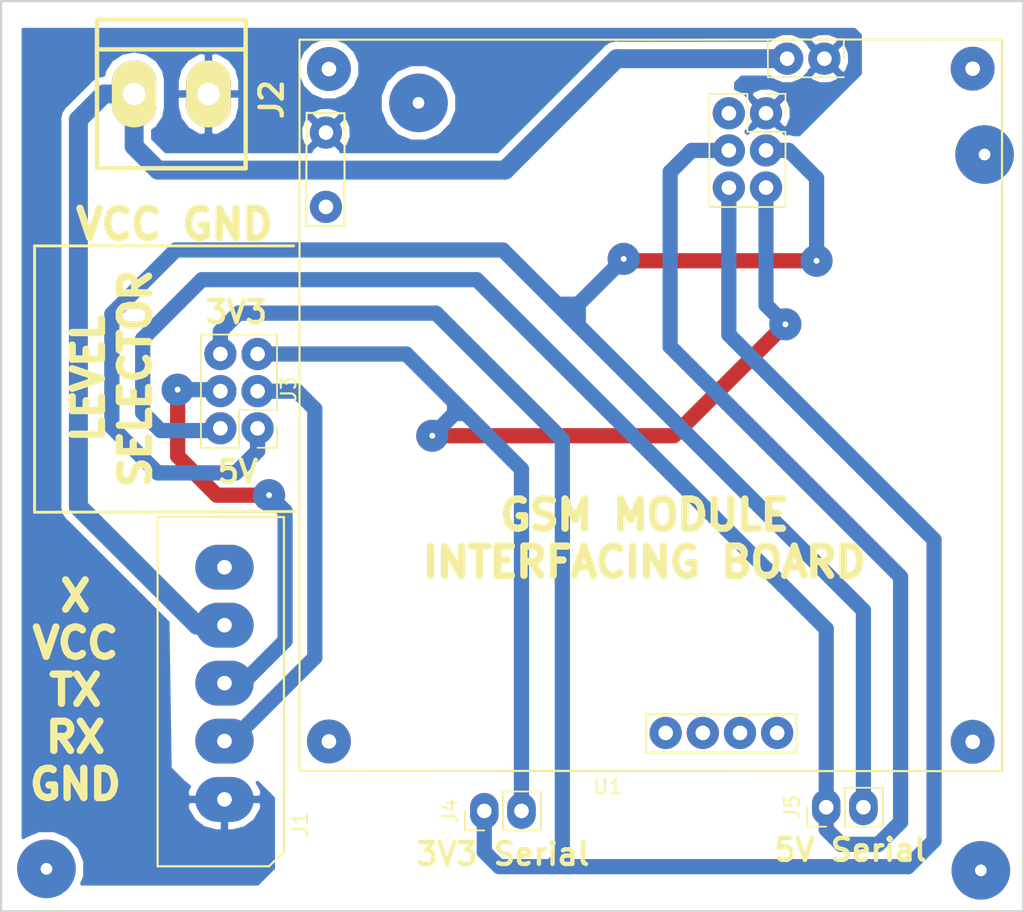
<source format=kicad_pcb>
(kicad_pcb (version 20171130) (host pcbnew "(5.0.2)-1")

  (general
    (thickness 1.6)
    (drawings 15)
    (tracks 107)
    (zones 0)
    (modules 6)
    (nets 16)
  )

  (page A4)
  (layers
    (0 F.Cu signal)
    (31 B.Cu signal)
    (32 B.Adhes user)
    (33 F.Adhes user)
    (34 B.Paste user)
    (35 F.Paste user)
    (36 B.SilkS user)
    (37 F.SilkS user)
    (38 B.Mask user)
    (39 F.Mask user)
    (40 Dwgs.User user)
    (41 Cmts.User user)
    (42 Eco1.User user)
    (43 Eco2.User user)
    (44 Edge.Cuts user)
    (45 Margin user)
    (46 B.CrtYd user)
    (47 F.CrtYd user)
    (48 B.Fab user)
    (49 F.Fab user)
  )

  (setup
    (last_trace_width 0.25)
    (trace_clearance 0.2)
    (zone_clearance 0.508)
    (zone_45_only yes)
    (trace_min 0.2)
    (segment_width 0.2)
    (edge_width 0.15)
    (via_size 0.8)
    (via_drill 0.4)
    (via_min_size 0.4)
    (via_min_drill 0.3)
    (uvia_size 0.3)
    (uvia_drill 0.1)
    (uvias_allowed no)
    (uvia_min_size 0.2)
    (uvia_min_drill 0.1)
    (pcb_text_width 0.3)
    (pcb_text_size 1.5 1.5)
    (mod_edge_width 0.15)
    (mod_text_size 1 1)
    (mod_text_width 0.15)
    (pad_size 3.048 4.572)
    (pad_drill 1.524)
    (pad_to_mask_clearance 0.051)
    (solder_mask_min_width 0.25)
    (aux_axis_origin 0 0)
    (visible_elements FFFFF77F)
    (pcbplotparams
      (layerselection 0x010fc_ffffffff)
      (usegerberextensions false)
      (usegerberattributes false)
      (usegerberadvancedattributes false)
      (creategerberjobfile false)
      (excludeedgelayer true)
      (linewidth 0.101600)
      (plotframeref false)
      (viasonmask false)
      (mode 1)
      (useauxorigin false)
      (hpglpennumber 1)
      (hpglpenspeed 20)
      (hpglpendiameter 15.000000)
      (psnegative false)
      (psa4output false)
      (plotreference true)
      (plotvalue true)
      (plotinvisibletext false)
      (padsonsilk false)
      (subtractmaskfromsilk false)
      (outputformat 1)
      (mirror false)
      (drillshape 1)
      (scaleselection 1)
      (outputdirectory "front/"))
  )

  (net 0 "")
  (net 1 "Net-(J1-Pad5)")
  (net 2 VCC)
  (net 3 /TX)
  (net 4 /RX)
  (net 5 GND)
  (net 6 /5VRX)
  (net 7 /5VTX)
  (net 8 /3VRX)
  (net 9 /3VTX)
  (net 10 "Net-(U1-Pad2)")
  (net 11 "Net-(U1-Pad9)")
  (net 12 "Net-(U1-Pad10)")
  (net 13 "Net-(U1-Pad12)")
  (net 14 "Net-(U1-Pad11)")
  (net 15 "Net-(U1-Pad13)")

  (net_class Default "This is the default net class."
    (clearance 0.2)
    (trace_width 0.25)
    (via_dia 0.8)
    (via_drill 0.4)
    (uvia_dia 0.3)
    (uvia_drill 0.1)
  )

  (net_class Power ""
    (clearance 0.274)
    (trace_width 1.295)
    (via_dia 2.1924)
    (via_drill 0.4)
    (uvia_dia 0.3)
    (uvia_drill 0.1)
    (add_net GND)
    (add_net VCC)
  )

  (net_class Signal ""
    (clearance 0.274)
    (trace_width 1.041)
    (via_dia 2.1924)
    (via_drill 0.4)
    (uvia_dia 0.3)
    (uvia_drill 0.1)
    (add_net /3VRX)
    (add_net /3VTX)
    (add_net /5VRX)
    (add_net /5VTX)
    (add_net /RX)
    (add_net /TX)
    (add_net "Net-(J1-Pad5)")
    (add_net "Net-(U1-Pad10)")
    (add_net "Net-(U1-Pad11)")
    (add_net "Net-(U1-Pad12)")
    (add_net "Net-(U1-Pad13)")
    (add_net "Net-(U1-Pad2)")
    (add_net "Net-(U1-Pad9)")
  )

  (module _019:SIM900A_Module (layer F.Cu) (tedit 5D4925B5) (tstamp 5D55DBE6)
    (at 123.138001 56.844001)
    (descr "Through hole straight socket strip, 2x03, 2.54mm pitch, double cols (from Kicad 4.0.7), script generated")
    (tags "Through hole socket strip THT 2x03 2.54mm double row")
    (path /5D496A41)
    (fp_text reference U1 (at -2.945201 26.086999) (layer F.SilkS)
      (effects (font (size 1 1) (thickness 0.15)))
    )
    (fp_text value SIM900A_Module (at 0.1016 -0.0762) (layer F.Fab) hide
      (effects (font (size 1 1) (thickness 0.15)))
    )
    (fp_text user %R (at 6.604 -17.4244 90) (layer F.Fab)
      (effects (font (size 1 1) (thickness 0.15)))
    )
    (fp_line (start 3.534 -13.1144) (end 3.534 -21.7644) (layer F.CrtYd) (width 0.05))
    (fp_line (start 9.634 -13.1144) (end 3.534 -13.1144) (layer F.CrtYd) (width 0.05))
    (fp_line (start 9.634 -21.7644) (end 9.634 -13.1144) (layer F.CrtYd) (width 0.05))
    (fp_line (start 3.534 -21.7644) (end 9.634 -21.7644) (layer F.CrtYd) (width 0.05))
    (fp_line (start 7.874 -21.2944) (end 9.204 -21.2944) (layer F.SilkS) (width 0.12))
    (fp_line (start 9.204 -21.2944) (end 9.204 -19.9644) (layer F.SilkS) (width 0.12))
    (fp_line (start 6.604 -21.2944) (end 6.604 -18.6944) (layer F.SilkS) (width 0.12))
    (fp_line (start 6.604 -18.6944) (end 9.204 -18.6944) (layer F.SilkS) (width 0.12))
    (fp_line (start 9.204 -18.6944) (end 9.204 -13.5544) (layer F.SilkS) (width 0.12))
    (fp_line (start 4.004 -13.5544) (end 9.204 -13.5544) (layer F.SilkS) (width 0.12))
    (fp_line (start 4.004 -21.2944) (end 4.004 -13.5544) (layer F.SilkS) (width 0.12))
    (fp_line (start 4.004 -21.2944) (end 6.604 -21.2944) (layer F.SilkS) (width 0.12))
    (fp_line (start 4.064 -13.6144) (end 4.064 -21.2344) (layer F.Fab) (width 0.1))
    (fp_line (start 9.144 -13.6144) (end 4.064 -13.6144) (layer F.Fab) (width 0.1))
    (fp_line (start 9.144 -20.2344) (end 9.144 -13.6144) (layer F.Fab) (width 0.1))
    (fp_line (start 8.144 -21.2344) (end 9.144 -20.2344) (layer F.Fab) (width 0.1))
    (fp_line (start 4.064 -21.2344) (end 8.144 -21.2344) (layer F.Fab) (width 0.1))
    (fp_line (start 0 -24.9936) (end 24.003 -25.019) (layer F.SilkS) (width 0.15))
    (fp_line (start 24.003 -25.019) (end 24.003 25.019) (layer F.SilkS) (width 0.15))
    (fp_line (start 24.003 25.019) (end -24.003 24.9936) (layer F.SilkS) (width 0.15))
    (fp_line (start -24.003 24.9936) (end -24.003 -24.9936) (layer F.SilkS) (width 0.15))
    (fp_line (start -24.003 -24.9936) (end 0 -24.9936) (layer F.SilkS) (width 0.15))
    (fp_line (start -23.4696 -12.2936) (end -23.4696 -19.9136) (layer F.Fab) (width 0.1))
    (fp_line (start -20.9296 -19.9644) (end -23.4442 -19.9898) (layer F.SilkS) (width 0.15))
    (fp_line (start -23.4442 -19.9898) (end -23.5204 -19.9898) (layer F.SilkS) (width 0.15))
    (fp_line (start -23.5204 -19.9898) (end -23.5458 -12.2428) (layer F.SilkS) (width 0.15))
    (fp_line (start -20.9296 -19.9644) (end -20.9296 -12.2428) (layer F.SilkS) (width 0.15))
    (fp_line (start -20.9296 -12.2428) (end -23.5458 -12.2428) (layer F.SilkS) (width 0.15))
    (fp_line (start -0.3048 23.749) (end 9.9568 23.749) (layer F.SilkS) (width 0.15))
    (fp_line (start 9.906 23.6728) (end -0.254 23.6728) (layer F.Fab) (width 0.1))
    (fp_line (start -0.3048 21.1328) (end 9.9568 21.1328) (layer F.SilkS) (width 0.15))
    (fp_line (start 9.9568 21.1328) (end 9.9568 23.749) (layer F.SilkS) (width 0.15))
    (fp_line (start -0.3048 21.1328) (end -0.3048 23.749) (layer F.SilkS) (width 0.15))
    (fp_line (start 8.001 -22.4282) (end 13.1918 -22.4282) (layer F.SilkS) (width 0.12))
    (fp_line (start 13.1918 -25.0282) (end 13.1918 -23.6982) (layer F.SilkS) (width 0.12))
    (fp_line (start 8.0518 -24.9682) (end 12.1318 -24.9682) (layer F.Fab) (width 0.1))
    (fp_line (start 8.001 -25.019) (end 8.001 -22.4282) (layer F.SilkS) (width 0.12))
    (fp_line (start 8.001 -25.019) (end 10.5918 -25.0282) (layer F.SilkS) (width 0.12))
    (fp_line (start 11.8618 -25.0282) (end 13.1918 -25.0282) (layer F.SilkS) (width 0.12))
    (fp_line (start 12.1318 -24.9682) (end 13.1318 -23.9682) (layer F.Fab) (width 0.1))
    (pad 6 thru_hole circle (at 5.334 -14.8844) (size 2.202 2.202) (drill 1) (layers *.Cu *.Mask)
      (net 9 /3VTX))
    (pad 5 thru_hole circle (at 7.874 -14.8844) (size 2.202 2.202) (drill 1) (layers *.Cu *.Mask)
      (net 8 /3VRX))
    (pad 4 thru_hole circle (at 5.334 -17.4244) (size 2.202 2.202) (drill 1) (layers *.Cu *.Mask)
      (net 7 /5VTX))
    (pad 3 thru_hole circle (at 7.874 -17.4244) (size 2.202 2.202) (drill 1) (layers *.Cu *.Mask)
      (net 6 /5VRX))
    (pad 2 thru_hole circle (at 5.334 -19.9644) (size 2.202 2.202) (drill 1) (layers *.Cu *.Mask)
      (net 10 "Net-(U1-Pad2)"))
    (pad 1 thru_hole circle (at 7.874 -19.9644) (size 2.202 2.202) (drill 1) (layers *.Cu *.Mask)
      (net 5 GND))
    (pad 9 thru_hole circle (at -22.1996 -13.5636) (size 2.202 2.202) (drill 1) (layers *.Cu *.Mask)
      (net 11 "Net-(U1-Pad9)"))
    (pad 7 thru_hole circle (at -22.1996 -18.6436) (size 2.202 2.202) (drill 1) (layers *.Cu *.Mask)
      (net 5 GND))
    (pad 10 thru_hole circle (at 8.636 22.4028) (size 2.202 2.202) (drill 1) (layers *.Cu *.Mask)
      (net 12 "Net-(U1-Pad10)"))
    (pad 12 thru_hole circle (at 3.556 22.4028) (size 2.202 2.202) (drill 1) (layers *.Cu *.Mask)
      (net 13 "Net-(U1-Pad12)"))
    (pad 11 thru_hole circle (at 6.096 22.4028) (size 2.202 2.202) (drill 1) (layers *.Cu *.Mask)
      (net 14 "Net-(U1-Pad11)"))
    (pad 13 thru_hole circle (at 1.016 22.4028) (size 2.202 2.202) (drill 1) (layers *.Cu *.Mask)
      (net 15 "Net-(U1-Pad13)"))
    (pad "" thru_hole circle (at 21.9964 -23.0124) (size 3 3) (drill 1) (layers *.Cu *.Mask))
    (pad "" thru_hole circle (at 21.9964 23.0124) (size 3 3) (drill 1) (layers *.Cu *.Mask))
    (pad "" thru_hole circle (at -21.9964 22.987) (size 3 3) (drill 1) (layers *.Cu *.Mask))
    (pad "" thru_hole circle (at -21.9964 -22.987) (size 3 3) (drill 1) (layers *.Cu *.Mask))
    (pad 14 thru_hole circle (at 11.8618 -23.6982) (size 2.202 2.202) (drill 1) (layers *.Cu *.Mask)
      (net 5 GND))
    (pad 15 thru_hole circle (at 9.3218 -23.6982) (size 2.202 2.202) (drill 1) (layers *.Cu *.Mask)
      (net 2 VCC))
    (model ${KISYS3DMOD}/Connector_PinSocket_2.54mm.3dshapes/PinSocket_2x03_P2.54mm_Vertical.wrl
      (offset (xyz 8 20 -0.5))
      (scale (xyz 1 1 1))
      (rotate (xyz 0 0 0))
    )
    (model ${KISYS3DMOD}/Connector_PinSocket_2.54mm.3dshapes/PinSocket_1x03_P2.54mm_Vertical.wrl
      (offset (xyz -22 18.5 -0.5))
      (scale (xyz 1 1 1))
      (rotate (xyz 0 0 0))
    )
    (model ${KISYS3DMOD}/Connector_PinSocket_2.54mm.3dshapes/PinSocket_1x04_P2.54mm_Vertical.wrl
      (offset (xyz 8.5 -22 -0.5))
      (scale (xyz 1 1 1))
      (rotate (xyz 0 0 90))
    )
  )

  (module _019:Molex_5 (layer F.Cu) (tedit 5D47D20C) (tstamp 5D55DB53)
    (at 94.0054 83.7946)
    (descr "Through hole straight socket strip, 1x05, 2.54mm pitch, single row (from Kicad 4.0.7), script generated")
    (tags "Through hole socket strip THT 1x05 2.54mm single row")
    (path /5D4963E7)
    (fp_text reference J1 (at 5.1816 1.6764 90) (layer F.SilkS)
      (effects (font (size 1 1) (thickness 0.15)))
    )
    (fp_text value Conn_01x05 (at -2.4892 9.525) (layer F.Fab) hide
      (effects (font (size 1 1) (thickness 0.15)))
    )
    (fp_text user %R (at 0.1524 -8.001 270) (layer F.Fab)
      (effects (font (size 1 1) (thickness 0.15)))
    )
    (fp_line (start -4.572 -19.304) (end 4.064 -19.304) (layer F.SilkS) (width 0.15))
    (fp_line (start 4.064 -19.304) (end 4.064 3.556) (layer F.SilkS) (width 0.15))
    (fp_line (start 4.064 3.556) (end 3.048 4.572) (layer F.SilkS) (width 0.15))
    (fp_line (start 3.048 4.572) (end -4.572 4.572) (layer F.SilkS) (width 0.15))
    (fp_line (start -4.572 4.572) (end -4.572 -19.304) (layer F.SilkS) (width 0.15))
    (pad 5 thru_hole oval (at 0 -15.875) (size 3.986 3.0656) (drill 1) (layers *.Cu *.Mask)
      (net 1 "Net-(J1-Pad5)"))
    (pad 4 thru_hole oval (at 0 -11.9126) (size 3.986 3.0656) (drill 1) (layers *.Cu *.Mask)
      (net 2 VCC))
    (pad 3 thru_hole oval (at 0 -7.9502) (size 3.986 3.0656) (drill 1) (layers *.Cu *.Mask)
      (net 3 /TX))
    (pad 2 thru_hole oval (at 0 -3.9878) (size 3.986 3.0656) (drill 1) (layers *.Cu *.Mask)
      (net 4 /RX))
    (pad 1 thru_hole oval (at 0 0) (size 3.986 3.0656) (drill 1) (layers *.Cu *.Mask)
      (net 5 GND))
    (model ${KISYS3DMOD}/Connector_PinSocket_2.54mm.3dshapes/PinSocket_1x05_P2.54mm_Vertical.wrl
      (offset (xyz 0 12.69999980926514 0))
      (scale (xyz 1 1 1))
      (rotate (xyz 0 0 0))
    )
  )

  (module _018:bornier2-medium (layer F.Cu) (tedit 5D49214E) (tstamp 5D55DB5E)
    (at 90.3732 35.56 180)
    (descr "Bornier d'alimentation 2 pins")
    (tags DEV)
    (path /5D4981F1)
    (fp_text reference J2 (at -6.858 -0.381 270) (layer F.SilkS)
      (effects (font (size 1.524 1.524) (thickness 0.3048)))
    )
    (fp_text value Conn_01x02 (at 0.127 -3.429 180) (layer F.SilkS) hide
      (effects (font (size 1.524 1.524) (thickness 0.3048)))
    )
    (fp_line (start 5.08 3.048) (end -5.08 3.048) (layer F.SilkS) (width 0.3048))
    (fp_line (start 5.08 5.08) (end 5.08 -5.08) (layer F.SilkS) (width 0.3048))
    (fp_line (start 5.08 -5.08) (end -5.08 -5.08) (layer F.SilkS) (width 0.3048))
    (fp_line (start -5.08 -5.08) (end -5.08 5.08) (layer F.SilkS) (width 0.3048))
    (fp_line (start -5.08 5.08) (end 5.08 5.08) (layer F.SilkS) (width 0.3048))
    (pad 1 thru_hole oval (at -2.54 0 180) (size 3.048 4.572) (drill 1.524) (layers *.Cu *.Mask F.SilkS)
      (net 5 GND))
    (pad 2 thru_hole oval (at 2.54 0 180) (size 3.048 4.572) (drill 1.524) (layers *.Cu *.Mask F.SilkS)
      (net 2 VCC))
    (model ${KICAD_CUSTOM}/_3D/NO_IP_3Ds/conn/mkds_1,5-2.wrl
      (at (xyz 0 0 0))
      (scale (xyz 1 1 1))
      (rotate (xyz 0 0 0))
    )
  )

  (module Connector_PinHeader_2.54mm:PinHeader_2x03_P2.54mm_Vertical (layer F.Cu) (tedit 5D492154) (tstamp 5D55DB7A)
    (at 96.266 58.42 180)
    (descr "Through hole straight pin header, 2x03, 2.54mm pitch, double rows")
    (tags "Through hole pin header THT 2x03 2.54mm double row")
    (path /5D49665A)
    (fp_text reference J3 (at -2.1336 2.7178 270) (layer F.SilkS)
      (effects (font (size 1 1) (thickness 0.15)))
    )
    (fp_text value "Level Selector" (at 1.27 7.41 180) (layer F.Fab) hide
      (effects (font (size 1 1) (thickness 0.15)))
    )
    (fp_line (start 0 -1.27) (end 3.81 -1.27) (layer F.Fab) (width 0.1))
    (fp_line (start 3.81 -1.27) (end 3.81 6.35) (layer F.Fab) (width 0.1))
    (fp_line (start 3.81 6.35) (end -1.27 6.35) (layer F.Fab) (width 0.1))
    (fp_line (start -1.27 6.35) (end -1.27 0) (layer F.Fab) (width 0.1))
    (fp_line (start -1.27 0) (end 0 -1.27) (layer F.Fab) (width 0.1))
    (fp_line (start -1.33 6.41) (end 3.87 6.41) (layer F.SilkS) (width 0.12))
    (fp_line (start -1.33 1.27) (end -1.33 6.41) (layer F.SilkS) (width 0.12))
    (fp_line (start 3.87 -1.33) (end 3.87 6.41) (layer F.SilkS) (width 0.12))
    (fp_line (start -1.33 1.27) (end 1.27 1.27) (layer F.SilkS) (width 0.12))
    (fp_line (start 1.27 1.27) (end 1.27 -1.33) (layer F.SilkS) (width 0.12))
    (fp_line (start 1.27 -1.33) (end 3.87 -1.33) (layer F.SilkS) (width 0.12))
    (fp_line (start -1.33 0) (end -1.33 -1.33) (layer F.SilkS) (width 0.12))
    (fp_line (start -1.33 -1.33) (end 0 -1.33) (layer F.SilkS) (width 0.12))
    (fp_line (start -1.8 -1.8) (end -1.8 6.85) (layer F.CrtYd) (width 0.05))
    (fp_line (start -1.8 6.85) (end 4.35 6.85) (layer F.CrtYd) (width 0.05))
    (fp_line (start 4.35 6.85) (end 4.35 -1.8) (layer F.CrtYd) (width 0.05))
    (fp_line (start 4.35 -1.8) (end -1.8 -1.8) (layer F.CrtYd) (width 0.05))
    (fp_text user %R (at 1.27 2.54 270) (layer F.Fab)
      (effects (font (size 1 1) (thickness 0.15)))
    )
    (pad 1 thru_hole circle (at 0 0 180) (size 2.202 2.202) (drill 1) (layers *.Cu *.Mask)
      (net 6 /5VRX))
    (pad 2 thru_hole circle (at 2.54 0 180) (size 2.202 2.202) (drill 1) (layers *.Cu *.Mask)
      (net 7 /5VTX))
    (pad 3 thru_hole circle (at 0 2.54 180) (size 2.202 2.202) (drill 1) (layers *.Cu *.Mask)
      (net 4 /RX))
    (pad 4 thru_hole circle (at 2.54 2.54 180) (size 2.202 2.202) (drill 1) (layers *.Cu *.Mask)
      (net 3 /TX))
    (pad 5 thru_hole circle (at 0 5.08 180) (size 2.202 2.202) (drill 1) (layers *.Cu *.Mask)
      (net 8 /3VRX))
    (pad 6 thru_hole circle (at 2.54 5.08 180) (size 2.202 2.202) (drill 1) (layers *.Cu *.Mask)
      (net 9 /3VTX))
    (model ${KISYS3DMOD}/Connector_PinHeader_2.54mm.3dshapes/PinHeader_2x03_P2.54mm_Vertical.wrl
      (at (xyz 0 0 0))
      (scale (xyz 1 1 1))
      (rotate (xyz 0 0 0))
    )
  )

  (module Connector_PinHeader_2.54mm:PinHeader_1x02_P2.54mm_Vertical (layer F.Cu) (tedit 5D492159) (tstamp 5D55DB90)
    (at 111.76 84.582 90)
    (descr "Through hole straight pin header, 1x02, 2.54mm pitch, single row")
    (tags "Through hole pin header THT 1x02 2.54mm single row")
    (path /5D498C90)
    (fp_text reference J4 (at 0 -2.33 90) (layer F.SilkS)
      (effects (font (size 1 1) (thickness 0.15)))
    )
    (fp_text value Conn_01x02_Male (at 0 4.87 90) (layer F.Fab) hide
      (effects (font (size 1 1) (thickness 0.15)))
    )
    (fp_line (start -0.635 -1.27) (end 1.27 -1.27) (layer F.Fab) (width 0.1))
    (fp_line (start 1.27 -1.27) (end 1.27 3.81) (layer F.Fab) (width 0.1))
    (fp_line (start 1.27 3.81) (end -1.27 3.81) (layer F.Fab) (width 0.1))
    (fp_line (start -1.27 3.81) (end -1.27 -0.635) (layer F.Fab) (width 0.1))
    (fp_line (start -1.27 -0.635) (end -0.635 -1.27) (layer F.Fab) (width 0.1))
    (fp_line (start -1.33 3.87) (end 1.33 3.87) (layer F.SilkS) (width 0.12))
    (fp_line (start -1.33 1.27) (end -1.33 3.87) (layer F.SilkS) (width 0.12))
    (fp_line (start 1.33 1.27) (end 1.33 3.87) (layer F.SilkS) (width 0.12))
    (fp_line (start -1.33 1.27) (end 1.33 1.27) (layer F.SilkS) (width 0.12))
    (fp_line (start -1.33 0) (end -1.33 -1.33) (layer F.SilkS) (width 0.12))
    (fp_line (start -1.33 -1.33) (end 0 -1.33) (layer F.SilkS) (width 0.12))
    (fp_line (start -1.8 -1.8) (end -1.8 4.35) (layer F.CrtYd) (width 0.05))
    (fp_line (start -1.8 4.35) (end 1.8 4.35) (layer F.CrtYd) (width 0.05))
    (fp_line (start 1.8 4.35) (end 1.8 -1.8) (layer F.CrtYd) (width 0.05))
    (fp_line (start 1.8 -1.8) (end -1.8 -1.8) (layer F.CrtYd) (width 0.05))
    (fp_text user %R (at 0 1.27 180) (layer F.Fab)
      (effects (font (size 1 1) (thickness 0.15)))
    )
    (pad 1 thru_hole oval (at 0 0 90) (size 2.456 1.948) (drill 1) (layers *.Cu *.Mask)
      (net 9 /3VTX))
    (pad 2 thru_hole oval (at 0 2.54 90) (size 2.456 1.948) (drill 1) (layers *.Cu *.Mask)
      (net 8 /3VRX))
    (model ${KISYS3DMOD}/Connector_PinHeader_2.54mm.3dshapes/PinHeader_1x02_P2.54mm_Vertical.wrl
      (at (xyz 0 0 0))
      (scale (xyz 1 1 1))
      (rotate (xyz 0 0 0))
    )
  )

  (module Connector_PinHeader_2.54mm:PinHeader_1x02_P2.54mm_Vertical (layer F.Cu) (tedit 5D492177) (tstamp 5D55DBA6)
    (at 135.128 84.328 90)
    (descr "Through hole straight pin header, 1x02, 2.54mm pitch, single row")
    (tags "Through hole pin header THT 1x02 2.54mm single row")
    (path /5D498CE4)
    (fp_text reference J5 (at 0 -2.33 90) (layer F.SilkS)
      (effects (font (size 1 1) (thickness 0.15)))
    )
    (fp_text value Conn_01x02_Male (at 0 4.87 90) (layer F.Fab) hide
      (effects (font (size 1 1) (thickness 0.15)))
    )
    (fp_text user %R (at 0 1.27 180) (layer F.Fab)
      (effects (font (size 1 1) (thickness 0.15)))
    )
    (fp_line (start 1.8 -1.8) (end -1.8 -1.8) (layer F.CrtYd) (width 0.05))
    (fp_line (start 1.8 4.35) (end 1.8 -1.8) (layer F.CrtYd) (width 0.05))
    (fp_line (start -1.8 4.35) (end 1.8 4.35) (layer F.CrtYd) (width 0.05))
    (fp_line (start -1.8 -1.8) (end -1.8 4.35) (layer F.CrtYd) (width 0.05))
    (fp_line (start -1.33 -1.33) (end 0 -1.33) (layer F.SilkS) (width 0.12))
    (fp_line (start -1.33 0) (end -1.33 -1.33) (layer F.SilkS) (width 0.12))
    (fp_line (start -1.33 1.27) (end 1.33 1.27) (layer F.SilkS) (width 0.12))
    (fp_line (start 1.33 1.27) (end 1.33 3.87) (layer F.SilkS) (width 0.12))
    (fp_line (start -1.33 1.27) (end -1.33 3.87) (layer F.SilkS) (width 0.12))
    (fp_line (start -1.33 3.87) (end 1.33 3.87) (layer F.SilkS) (width 0.12))
    (fp_line (start -1.27 -0.635) (end -0.635 -1.27) (layer F.Fab) (width 0.1))
    (fp_line (start -1.27 3.81) (end -1.27 -0.635) (layer F.Fab) (width 0.1))
    (fp_line (start 1.27 3.81) (end -1.27 3.81) (layer F.Fab) (width 0.1))
    (fp_line (start 1.27 -1.27) (end 1.27 3.81) (layer F.Fab) (width 0.1))
    (fp_line (start -0.635 -1.27) (end 1.27 -1.27) (layer F.Fab) (width 0.1))
    (pad 2 thru_hole oval (at 0 2.54 90) (size 2.456 1.948) (drill 1) (layers *.Cu *.Mask)
      (net 6 /5VRX))
    (pad 1 thru_hole oval (at 0 0 90) (size 2.456 1.948) (drill 1) (layers *.Cu *.Mask)
      (net 7 /5VTX))
    (model ${KISYS3DMOD}/Connector_PinHeader_2.54mm.3dshapes/PinHeader_1x02_P2.54mm_Vertical.wrl
      (at (xyz 0 0 0))
      (scale (xyz 1 1 1))
      (rotate (xyz 0 0 0))
    )
  )

  (gr_text "GSM MODULE\nINTERFACING BOARD" (at 122.7074 65.9638) (layer F.SilkS)
    (effects (font (size 2 2) (thickness 0.5)))
  )
  (gr_line (start 148.59 29.21) (end 148.59 91.44) (layer Edge.Cuts) (width 0.15))
  (gr_line (start 78.74 29.21) (end 148.59 29.21) (layer Edge.Cuts) (width 0.15))
  (gr_line (start 78.74 91.44) (end 78.74 29.21) (layer Edge.Cuts) (width 0.15))
  (gr_line (start 148.59 91.44) (end 78.74 91.44) (layer Edge.Cuts) (width 0.15))
  (gr_text "5V Serial" (at 136.779 87.249) (layer F.SilkS)
    (effects (font (size 1.5 1.5) (thickness 0.3)))
  )
  (gr_text "3V3 Serial" (at 113.03 87.5284) (layer F.SilkS)
    (effects (font (size 1.5 1.5) (thickness 0.3)))
  )
  (gr_text "X\nVCC\nTX\nRX\nGND" (at 83.82 76.327) (layer F.SilkS)
    (effects (font (size 2 2) (thickness 0.5)))
  )
  (gr_text 5V (at 94.9198 61.3918) (layer F.SilkS)
    (effects (font (size 1.5 1.5) (thickness 0.3)))
  )
  (gr_text 3V3 (at 94.8182 50.4698) (layer F.SilkS)
    (effects (font (size 1.5 1.5) (thickness 0.3)))
  )
  (gr_text "LEVEL\nSELECTOR" (at 86.3092 55.0164 90) (layer F.SilkS)
    (effects (font (size 2 2) (thickness 0.5)))
  )
  (gr_line (start 81.026 64.1604) (end 98.7806 64.1096) (layer F.SilkS) (width 0.2))
  (gr_line (start 81.026 45.9486) (end 81.026 64.1604) (layer F.SilkS) (width 0.2))
  (gr_line (start 98.7298 45.9486) (end 81.026 45.9486) (layer F.SilkS) (width 0.2))
  (gr_text "VCC GND" (at 90.6018 44.4754) (layer F.SilkS)
    (effects (font (size 2 2) (thickness 0.5)))
  )

  (via (at 81.8388 88.5444) (size 4) (drill 0.8) (layers F.Cu B.Cu) (net 0))
  (via (at 145.6944 88.646) (size 4) (drill 0.8) (layers F.Cu B.Cu) (net 0) (tstamp 5D55EB19))
  (via (at 107.2642 36.1696) (size 4) (drill 0.8) (layers F.Cu B.Cu) (net 0) (tstamp 5D55EB19))
  (via (at 145.9484 39.7002) (size 4) (drill 0.8) (layers F.Cu B.Cu) (net 0) (tstamp 5D55EB19))
  (segment (start 120.803599 33.145801) (end 132.459801 33.145801) (width 1.295) (layer B.Cu) (net 2))
  (segment (start 113.1824 40.767) (end 120.803599 33.145801) (width 1.295) (layer B.Cu) (net 2))
  (segment (start 89.4592 40.767) (end 113.1824 40.767) (width 1.295) (layer B.Cu) (net 2))
  (segment (start 87.8332 39.141) (end 89.4592 40.767) (width 1.295) (layer B.Cu) (net 2))
  (segment (start 87.8332 35.56) (end 87.8332 39.141) (width 1.295) (layer B.Cu) (net 2))
  (segment (start 85.7758 35.56) (end 87.8332 35.56) (width 1.295) (layer B.Cu) (net 2))
  (segment (start 84.0232 37.3126) (end 85.7758 35.56) (width 1.295) (layer B.Cu) (net 2))
  (segment (start 84.0232 63.7794) (end 84.0232 37.3126) (width 1.295) (layer B.Cu) (net 2))
  (segment (start 94.0054 71.882) (end 92.1258 71.882) (width 1.295) (layer B.Cu) (net 2))
  (segment (start 92.1258 71.882) (end 84.0232 63.7794) (width 1.295) (layer B.Cu) (net 2))
  (via (at 97.0534 62.992) (size 2.1924) (drill 0.4) (layers F.Cu B.Cu) (net 3))
  (via (at 90.805 55.7784) (size 2.1924) (drill 0.4) (layers F.Cu B.Cu) (net 3))
  (segment (start 93.6244 55.7784) (end 93.726 55.88) (width 1.041) (layer B.Cu) (net 3))
  (segment (start 90.805 55.7784) (end 93.6244 55.7784) (width 1.041) (layer B.Cu) (net 3))
  (segment (start 90.805 60.325) (end 90.805 55.7784) (width 1.041) (layer F.Cu) (net 3))
  (segment (start 97.0534 62.992) (end 93.472 62.992) (width 1.041) (layer F.Cu) (net 3))
  (segment (start 93.472 62.992) (end 90.805 60.325) (width 1.041) (layer F.Cu) (net 3))
  (segment (start 98.1456 64.0842) (end 97.0534 62.992) (width 1.041) (layer B.Cu) (net 3))
  (segment (start 98.1456 72.9488) (end 98.1456 64.0842) (width 1.041) (layer B.Cu) (net 3))
  (segment (start 94.0054 75.8444) (end 95.25 75.8444) (width 1.041) (layer B.Cu) (net 3))
  (segment (start 95.25 75.8444) (end 98.1456 72.9488) (width 1.041) (layer B.Cu) (net 3))
  (segment (start 98.9584 55.88) (end 96.266 55.88) (width 1.041) (layer B.Cu) (net 4))
  (segment (start 100.1776 57.0992) (end 98.9584 55.88) (width 1.041) (layer B.Cu) (net 4))
  (segment (start 100.1776 74.0948) (end 100.1776 57.0992) (width 1.041) (layer B.Cu) (net 4))
  (segment (start 94.4656 79.8068) (end 100.1776 74.0948) (width 1.041) (layer B.Cu) (net 4))
  (segment (start 94.0054 79.8068) (end 94.4656 79.8068) (width 1.041) (layer B.Cu) (net 4))
  (segment (start 137.668 70.866) (end 137.668 84.328) (width 1.041) (layer B.Cu) (net 6))
  (via (at 134.4676 46.9646) (size 2.1924) (drill 0.4) (layers F.Cu B.Cu) (net 6))
  (segment (start 134.4676 41.318151) (end 134.4676 46.9646) (width 1.041) (layer B.Cu) (net 6))
  (segment (start 131.012001 39.419601) (end 132.56905 39.419601) (width 1.041) (layer B.Cu) (net 6))
  (segment (start 132.56905 39.419601) (end 134.4676 41.318151) (width 1.041) (layer B.Cu) (net 6))
  (via (at 121.285 46.8376) (size 2.1924) (drill 0.4) (layers F.Cu B.Cu) (net 6))
  (segment (start 134.4676 46.9646) (end 121.412 46.9646) (width 1.041) (layer F.Cu) (net 6))
  (segment (start 121.412 46.9646) (end 121.285 46.8376) (width 1.041) (layer F.Cu) (net 6))
  (segment (start 117.5512 50.5714) (end 117.5512 50.7492) (width 1.041) (layer B.Cu) (net 6))
  (segment (start 118.1862 51.2826) (end 118.1354 51.3334) (width 1.041) (layer B.Cu) (net 6))
  (segment (start 118.1862 49.9364) (end 118.1862 51.2826) (width 1.041) (layer B.Cu) (net 6))
  (segment (start 118.1354 51.3334) (end 137.668 70.866) (width 1.041) (layer B.Cu) (net 6))
  (segment (start 117.5512 50.7492) (end 118.1354 51.3334) (width 1.041) (layer B.Cu) (net 6))
  (segment (start 118.1862 49.9364) (end 117.5512 50.5714) (width 1.041) (layer B.Cu) (net 6))
  (segment (start 121.285 46.8376) (end 118.1862 49.9364) (width 1.041) (layer B.Cu) (net 6))
  (segment (start 116.7384 49.9364) (end 116.3828 49.5808) (width 1.041) (layer B.Cu) (net 6))
  (segment (start 118.1862 49.9364) (end 116.7384 49.9364) (width 1.041) (layer B.Cu) (net 6))
  (segment (start 116.3828 49.5808) (end 117.5512 50.7492) (width 1.041) (layer B.Cu) (net 6))
  (segment (start 113.03 46.228) (end 116.3828 49.5808) (width 1.041) (layer B.Cu) (net 6))
  (segment (start 90.678 46.228) (end 113.03 46.228) (width 1.041) (layer B.Cu) (net 6))
  (segment (start 96.266 59.977049) (end 94.775049 61.468) (width 1.041) (layer B.Cu) (net 6))
  (segment (start 96.266 58.42) (end 96.266 59.977049) (width 1.041) (layer B.Cu) (net 6))
  (segment (start 94.775049 61.468) (end 89.4334 61.468) (width 1.041) (layer B.Cu) (net 6))
  (segment (start 89.4334 61.468) (end 86.3092 58.3438) (width 1.041) (layer B.Cu) (net 6))
  (segment (start 86.3092 58.3438) (end 86.3092 50.5968) (width 1.041) (layer B.Cu) (net 6))
  (segment (start 86.3092 50.5968) (end 90.678 46.228) (width 1.041) (layer B.Cu) (net 6))
  (segment (start 135.128 85.852) (end 135.128 84.328) (width 1.041) (layer B.Cu) (net 7))
  (segment (start 136.144 86.868) (end 135.128 85.852) (width 1.041) (layer B.Cu) (net 7))
  (segment (start 138.684 86.868) (end 136.144 86.868) (width 1.041) (layer B.Cu) (net 7))
  (segment (start 125.934399 39.419601) (end 124.46 40.894) (width 1.041) (layer B.Cu) (net 7))
  (segment (start 128.472001 39.419601) (end 125.934399 39.419601) (width 1.041) (layer B.Cu) (net 7))
  (segment (start 124.46 40.894) (end 124.46 52.832) (width 1.041) (layer B.Cu) (net 7))
  (segment (start 124.46 52.832) (end 140.208 68.58) (width 1.041) (layer B.Cu) (net 7))
  (segment (start 140.208 68.58) (end 140.208 85.344) (width 1.041) (layer B.Cu) (net 7))
  (segment (start 140.208 85.344) (end 138.684 86.868) (width 1.041) (layer B.Cu) (net 7))
  (segment (start 135.128 72.136) (end 135.128 84.328) (width 1.041) (layer B.Cu) (net 7))
  (segment (start 111.252 48.26) (end 135.128 72.136) (width 1.041) (layer B.Cu) (net 7))
  (segment (start 93.5736 58.5724) (end 89.6366 58.5724) (width 1.041) (layer B.Cu) (net 7))
  (segment (start 93.726 58.42) (end 93.5736 58.5724) (width 1.041) (layer B.Cu) (net 7))
  (segment (start 89.6366 58.5724) (end 88.4174 57.3532) (width 1.041) (layer B.Cu) (net 7))
  (segment (start 88.4174 57.3532) (end 88.4174 52.2986) (width 1.041) (layer B.Cu) (net 7))
  (segment (start 88.4174 52.2986) (end 92.456 48.26) (width 1.041) (layer B.Cu) (net 7))
  (segment (start 92.456 48.26) (end 111.252 48.26) (width 1.041) (layer B.Cu) (net 7))
  (segment (start 114.3 82.313) (end 114.3 84.582) (width 1.041) (layer B.Cu) (net 8))
  (segment (start 96.266 53.34) (end 106.426 53.34) (width 1.041) (layer B.Cu) (net 8))
  (segment (start 114.3 61.214) (end 114.3 82.313) (width 1.041) (layer B.Cu) (net 8))
  (via (at 132.334 51.308) (size 2.1924) (drill 0.4) (layers F.Cu B.Cu) (net 8))
  (segment (start 131.012001 41.959601) (end 131.012001 49.986001) (width 1.041) (layer B.Cu) (net 8))
  (segment (start 131.012001 49.986001) (end 132.334 51.308) (width 1.041) (layer B.Cu) (net 8))
  (via (at 108.204 58.928) (size 2.1924) (drill 0.4) (layers F.Cu B.Cu) (net 8))
  (segment (start 132.334 51.308) (end 124.714 58.928) (width 1.041) (layer F.Cu) (net 8))
  (segment (start 124.714 58.928) (end 108.204 58.928) (width 1.041) (layer F.Cu) (net 8))
  (segment (start 109.728 57.404) (end 109.728 56.642) (width 1.041) (layer B.Cu) (net 8))
  (segment (start 108.204 58.928) (end 109.728 57.404) (width 1.041) (layer B.Cu) (net 8))
  (segment (start 106.426 53.34) (end 109.728 56.642) (width 1.041) (layer B.Cu) (net 8))
  (segment (start 110.49 57.404) (end 110.5662 57.4802) (width 1.041) (layer B.Cu) (net 8))
  (segment (start 109.728 57.404) (end 110.49 57.404) (width 1.041) (layer B.Cu) (net 8))
  (segment (start 109.728 56.642) (end 110.5662 57.4802) (width 1.041) (layer B.Cu) (net 8))
  (segment (start 110.5662 57.4802) (end 114.3 61.214) (width 1.041) (layer B.Cu) (net 8))
  (segment (start 115.316 88.392) (end 112.776 88.392) (width 1.041) (layer B.Cu) (net 9))
  (segment (start 111.76 87.376) (end 111.76 84.582) (width 1.041) (layer B.Cu) (net 9))
  (segment (start 112.776 88.392) (end 111.76 87.376) (width 1.041) (layer B.Cu) (net 9))
  (segment (start 116.332 88.392) (end 115.316 88.392) (width 1.041) (layer B.Cu) (net 9))
  (segment (start 117.094 87.63) (end 116.332 88.392) (width 1.041) (layer B.Cu) (net 9))
  (segment (start 93.726 53.34) (end 93.726 51.782951) (width 1.041) (layer B.Cu) (net 9))
  (segment (start 93.726 51.782951) (end 94.962951 50.546) (width 1.041) (layer B.Cu) (net 9))
  (segment (start 94.962951 50.546) (end 108.458 50.546) (width 1.041) (layer B.Cu) (net 9))
  (segment (start 108.458 50.546) (end 117.094 59.182) (width 1.041) (layer B.Cu) (net 9))
  (segment (start 117.094 87.884) (end 117.602 88.392) (width 1.041) (layer B.Cu) (net 9))
  (segment (start 117.094 87.63) (end 117.094 87.884) (width 1.041) (layer B.Cu) (net 9))
  (segment (start 117.602 88.392) (end 116.332 88.392) (width 1.041) (layer B.Cu) (net 9))
  (segment (start 140.716 88.392) (end 117.602 88.392) (width 1.041) (layer B.Cu) (net 9))
  (segment (start 142.494 86.614) (end 140.716 88.392) (width 1.041) (layer B.Cu) (net 9))
  (segment (start 128.472001 41.959601) (end 128.472001 52.018001) (width 1.041) (layer B.Cu) (net 9))
  (segment (start 128.472001 52.018001) (end 142.494 66.04) (width 1.041) (layer B.Cu) (net 9))
  (segment (start 117.094 59.182) (end 117.094 87.63) (width 1.041) (layer B.Cu) (net 9))
  (segment (start 142.494 66.04) (end 142.494 86.614) (width 1.041) (layer B.Cu) (net 9))

  (zone (net 0) (net_name "") (layer B.Cu) (tstamp 0) (hatch edge 0.508)
    (connect_pads (clearance 0.508))
    (min_thickness 0.254)
    (keepout (tracks not_allowed) (vias not_allowed) (copperpour not_allowed))
    (fill (arc_segments 16) (thermal_gap 0.508) (thermal_bridge_width 0.508))
    (polygon
      (pts
        (xy 129.3876 34.2138) (xy 128.8288 34.7726) (xy 128.8288 35.4076) (xy 128.7272 35.4076) (xy 128.7272 34.8234)
        (xy 129.3114 34.2392)
      )
    )
  )
  (zone (net 0) (net_name "") (layer B.Cu) (tstamp 0) (hatch edge 0.508)
    (connect_pads (clearance 0.508))
    (min_thickness 0.254)
    (keepout (tracks not_allowed) (vias not_allowed) (copperpour not_allowed))
    (fill (arc_segments 16) (thermal_gap 0.508) (thermal_bridge_width 0.508))
    (polygon
      (pts
        (xy 90.2462 71.628) (xy 90.3986 81.624353) (xy 91.2622 82.487953) (xy 91.7702 82.9056) (xy 90.5002 81.573553)
        (xy 90.8304 72.1868)
      )
    )
  )
  (zone (net 5) (net_name GND) (layer B.Cu) (tstamp 0) (hatch edge 0.508)
    (connect_pads (clearance 0.508))
    (min_thickness 0.254)
    (fill yes (arc_segments 16) (thermal_gap 0.508) (thermal_bridge_width 0.508))
    (polygon
      (pts
        (xy 147.2692 31.6992) (xy 147.2692 89.6874) (xy 80.137 89.6874) (xy 80.137 32.4612) (xy 80.137 31.0388)
        (xy 147.2692 31.0388) (xy 147.2692 31.6738)
      )
    )
    (filled_polygon
      (pts
        (xy 137.4394 31.548606) (xy 137.4394 34.161194) (xy 133.271994 38.3286) (xy 133.007114 38.3286) (xy 132.682854 38.264101)
        (xy 132.56905 38.241464) (xy 132.455246 38.264101) (xy 132.311576 38.264101) (xy 131.995366 37.947891) (xy 131.833737 37.880942)
        (xy 131.012001 37.059206) (xy 130.190265 37.880942) (xy 130.028636 37.947891) (xy 129.742001 38.234526) (xy 129.657076 38.149601)
        (xy 129.943711 37.862966) (xy 130.01066 37.701337) (xy 130.832396 36.879601) (xy 131.191606 36.879601) (xy 132.237592 37.925587)
        (xy 132.514927 37.81456) (xy 132.758316 37.168246) (xy 132.735846 36.477988) (xy 132.514927 35.944642) (xy 132.237592 35.833615)
        (xy 131.191606 36.879601) (xy 130.832396 36.879601) (xy 130.01066 36.057865) (xy 129.943711 35.896236) (xy 129.701485 35.65401)
        (xy 129.966015 35.65401) (xy 131.012001 36.699996) (xy 132.057987 35.65401) (xy 131.94696 35.376675) (xy 131.300646 35.133286)
        (xy 130.610388 35.155756) (xy 130.077042 35.376675) (xy 129.966015 35.65401) (xy 129.701485 35.65401) (xy 129.455366 35.407891)
        (xy 128.9558 35.200964) (xy 128.9558 34.825206) (xy 129.352705 34.428301) (xy 131.287226 34.428301) (xy 131.476436 34.617511)
        (xy 132.114489 34.881801) (xy 132.805113 34.881801) (xy 133.443166 34.617511) (xy 133.689285 34.371392) (xy 133.953815 34.371392)
        (xy 134.064842 34.648727) (xy 134.711156 34.892116) (xy 135.401414 34.869646) (xy 135.93476 34.648727) (xy 136.045787 34.371392)
        (xy 134.999801 33.325406) (xy 133.953815 34.371392) (xy 133.689285 34.371392) (xy 133.931511 34.129166) (xy 133.99846 33.967537)
        (xy 134.820196 33.145801) (xy 135.179406 33.145801) (xy 136.225392 34.191787) (xy 136.502727 34.08076) (xy 136.746116 33.434446)
        (xy 136.723646 32.744188) (xy 136.502727 32.210842) (xy 136.225392 32.099815) (xy 135.179406 33.145801) (xy 134.820196 33.145801)
        (xy 133.99846 32.324065) (xy 133.931511 32.162436) (xy 133.689285 31.92021) (xy 133.953815 31.92021) (xy 134.999801 32.966196)
        (xy 136.045787 31.92021) (xy 135.93476 31.642875) (xy 135.288446 31.399486) (xy 134.598188 31.421956) (xy 134.064842 31.642875)
        (xy 133.953815 31.92021) (xy 133.689285 31.92021) (xy 133.443166 31.674091) (xy 132.805113 31.409801) (xy 132.114489 31.409801)
        (xy 131.476436 31.674091) (xy 131.287226 31.863301) (xy 120.92991 31.863301) (xy 120.803599 31.838176) (xy 120.677288 31.863301)
        (xy 120.677287 31.863301) (xy 120.303193 31.937713) (xy 119.878968 32.22117) (xy 119.807417 32.328254) (xy 112.651172 39.4845)
        (xy 101.960964 39.4845) (xy 101.984387 39.425992) (xy 100.938401 38.380006) (xy 99.892415 39.425992) (xy 99.915838 39.4845)
        (xy 89.990429 39.4845) (xy 89.1157 38.609772) (xy 89.1157 38.061667) (xy 89.389752 37.878552) (xy 89.866933 37.1644)
        (xy 89.9922 36.534641) (xy 89.9922 35.687) (xy 90.7542 35.687) (xy 90.7542 36.449) (xy 90.967145 37.265546)
        (xy 91.476359 37.938446) (xy 92.204319 38.365257) (xy 92.450606 38.430859) (xy 92.7862 38.318214) (xy 92.7862 35.687)
        (xy 93.0402 35.687) (xy 93.0402 38.318214) (xy 93.375794 38.430859) (xy 93.622081 38.365257) (xy 94.350041 37.938446)
        (xy 94.370238 37.911756) (xy 99.192086 37.911756) (xy 99.214556 38.602014) (xy 99.435475 39.13536) (xy 99.71281 39.246387)
        (xy 100.758796 38.200401) (xy 101.118006 38.200401) (xy 102.163992 39.246387) (xy 102.441327 39.13536) (xy 102.684716 38.489046)
        (xy 102.662246 37.798788) (xy 102.441327 37.265442) (xy 102.163992 37.154415) (xy 101.118006 38.200401) (xy 100.758796 38.200401)
        (xy 99.71281 37.154415) (xy 99.435475 37.265442) (xy 99.192086 37.911756) (xy 94.370238 37.911756) (xy 94.859255 37.265546)
        (xy 94.935075 36.97481) (xy 99.892415 36.97481) (xy 100.938401 38.020796) (xy 101.984387 36.97481) (xy 101.87336 36.697475)
        (xy 101.227046 36.454086) (xy 100.536788 36.476556) (xy 100.003442 36.697475) (xy 99.892415 36.97481) (xy 94.935075 36.97481)
        (xy 95.0722 36.449) (xy 95.0722 35.687) (xy 93.0402 35.687) (xy 92.7862 35.687) (xy 90.7542 35.687)
        (xy 89.9922 35.687) (xy 89.9922 34.671) (xy 90.7542 34.671) (xy 90.7542 35.433) (xy 92.7862 35.433)
        (xy 92.7862 32.801786) (xy 93.0402 32.801786) (xy 93.0402 35.433) (xy 95.0722 35.433) (xy 95.0722 34.671)
        (xy 94.859255 33.854454) (xy 94.53981 33.432323) (xy 99.006601 33.432323) (xy 99.006601 34.281679) (xy 99.331635 35.066381)
        (xy 99.932221 35.666967) (xy 100.716923 35.992001) (xy 101.566279 35.992001) (xy 102.350981 35.666967) (xy 102.372482 35.645466)
        (xy 104.6292 35.645466) (xy 104.6292 36.693734) (xy 105.030355 37.662208) (xy 105.771592 38.403445) (xy 106.740066 38.8046)
        (xy 107.788334 38.8046) (xy 108.756808 38.403445) (xy 109.498045 37.662208) (xy 109.8992 36.693734) (xy 109.8992 35.645466)
        (xy 109.498045 34.676992) (xy 108.756808 33.935755) (xy 107.788334 33.5346) (xy 106.740066 33.5346) (xy 105.771592 33.935755)
        (xy 105.030355 34.676992) (xy 104.6292 35.645466) (xy 102.372482 35.645466) (xy 102.951567 35.066381) (xy 103.276601 34.281679)
        (xy 103.276601 33.432323) (xy 102.951567 32.647621) (xy 102.350981 32.047035) (xy 101.566279 31.722001) (xy 100.716923 31.722001)
        (xy 99.932221 32.047035) (xy 99.331635 32.647621) (xy 99.006601 33.432323) (xy 94.53981 33.432323) (xy 94.350041 33.181554)
        (xy 93.622081 32.754743) (xy 93.375794 32.689141) (xy 93.0402 32.801786) (xy 92.7862 32.801786) (xy 92.450606 32.689141)
        (xy 92.204319 32.754743) (xy 91.476359 33.181554) (xy 90.967145 33.854454) (xy 90.7542 34.671) (xy 89.9922 34.671)
        (xy 89.9922 34.58536) (xy 89.866933 33.9556) (xy 89.389752 33.241448) (xy 88.6756 32.764267) (xy 87.8332 32.596703)
        (xy 86.990801 32.764267) (xy 86.276649 33.241448) (xy 85.799468 33.9556) (xy 85.738978 34.259699) (xy 85.649489 34.2775)
        (xy 85.649488 34.2775) (xy 85.275394 34.351912) (xy 84.851169 34.635369) (xy 84.779618 34.742453) (xy 83.205654 36.316418)
        (xy 83.09857 36.387969) (xy 82.890081 36.699996) (xy 82.815113 36.812194) (xy 82.715575 37.3126) (xy 82.740701 37.438916)
        (xy 82.7407 63.653089) (xy 82.715575 63.7794) (xy 82.7407 63.905711) (xy 82.815112 64.279805) (xy 83.098569 64.704031)
        (xy 83.205656 64.775584) (xy 90.120132 71.69006) (xy 90.271615 81.626289) (xy 90.281267 81.672954) (xy 90.308797 81.714156)
        (xy 91.172397 82.577756) (xy 91.181546 82.586055) (xy 91.588625 82.920731) (xy 91.493813 83.082352) (xy 91.427634 83.330627)
        (xy 91.540168 83.6676) (xy 93.8784 83.6676) (xy 93.8784 83.6476) (xy 94.1324 83.6476) (xy 94.1324 83.6676)
        (xy 96.470632 83.6676) (xy 96.583166 83.330627) (xy 96.516987 83.082352) (xy 96.264438 82.651844) (xy 97.3328 83.720206)
        (xy 97.3328 88.491794) (xy 96.264194 89.5604) (xy 84.270062 89.5604) (xy 84.4738 89.068534) (xy 84.4738 88.020266)
        (xy 84.072645 87.051792) (xy 83.331408 86.310555) (xy 82.362934 85.9094) (xy 81.314666 85.9094) (xy 80.346192 86.310555)
        (xy 80.264 86.392747) (xy 80.264 84.258573) (xy 91.427634 84.258573) (xy 91.493813 84.506848) (xy 91.922531 85.237663)
        (xy 92.598286 85.748785) (xy 93.4182 85.9624) (xy 93.8784 85.9624) (xy 93.8784 83.9216) (xy 94.1324 83.9216)
        (xy 94.1324 85.9624) (xy 94.5926 85.9624) (xy 95.412514 85.748785) (xy 96.088269 85.237663) (xy 96.516987 84.506848)
        (xy 96.583166 84.258573) (xy 96.470632 83.9216) (xy 94.1324 83.9216) (xy 93.8784 83.9216) (xy 91.540168 83.9216)
        (xy 91.427634 84.258573) (xy 80.264 84.258573) (xy 80.264 31.1658) (xy 137.056594 31.1658)
      )
    )
  )
  (zone (net 0) (net_name "") (layer B.Cu) (tstamp 0) (hatch edge 0.508)
    (connect_pads (clearance 0.508))
    (min_thickness 0.254)
    (keepout (tracks not_allowed) (vias not_allowed) (copperpour not_allowed))
    (fill (arc_segments 16) (thermal_gap 0.508) (thermal_bridge_width 0.508))
    (polygon
      (pts
        (xy 137.1092 31.0388) (xy 137.5664 31.496) (xy 137.5664 34.2138) (xy 133.3246 38.4556) (xy 132.715 38.4556)
        (xy 132.8674 38.608) (xy 133.3754 38.608) (xy 137.6426 34.3408) (xy 137.6426 31.0388)
      )
    )
  )
  (zone (net 0) (net_name "") (layer B.Cu) (tstamp 0) (hatch edge 0.508)
    (connect_pads (clearance 0.508))
    (min_thickness 0.254)
    (keepout (tracks not_allowed) (vias not_allowed) (copperpour not_allowed))
    (fill (arc_segments 16) (thermal_gap 0.508) (thermal_bridge_width 0.508))
    (polygon
      (pts
        (xy 96.1898 82.3976) (xy 97.4598 83.6676) (xy 97.4598 88.5444) (xy 96.1136 89.8906) (xy 98.2472 89.8906)
        (xy 98.2472 82.423) (xy 96.3168 82.423)
      )
    )
  )
)

</source>
